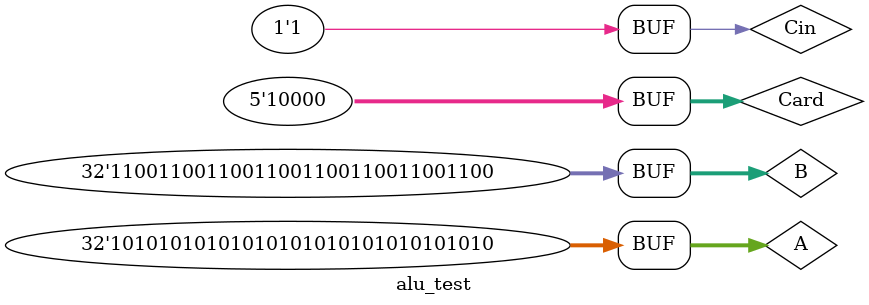
<source format=v>
`timescale 1ns / 1ps


module alu_test;

	// Inputs
	reg [31:0] A;
	reg [31:0] B;
	reg [4:0] Card;
	reg Cin;

	// Outputs
	wire [31:0] F;
	wire Cout;
	wire Zero;

	// Instantiate the Unit Under Test (UUT)
	alu uut (
		.A(A), 
		.B(B), 
		.Card(Card), 
		.Cin(Cin), 
		.F(F), 
		.Cout(Cout), 
		.Zero(Zero)
	);

	initial begin
		// Initialize Inputs
		A = 32'b10101010101010101010101010101010;
		B = 32'b11001100110011001100110011001100;
		Card = 5'b00001;
		Cin = 0;

		// Wait 10 ns for global reset to finish
		#10;
      A = 32'b10101010101010101010101010101010;
		B = 32'b11001100110011001100110011001100;
		Card = 5'b00010;
		Cin = 0;  
		// Add stimulus here
		#10;
		A = 32'b10101010101010101010101010101010;
		B = 32'b11001100110011001100110011001100;
		Card = 5'b00011;
		Cin = 0; 
		
		#10;
      A = 32'b10101010101010101010101010101010;
		B = 32'b11001100110011001100110011001100;
		Card = 5'b00100;
		Cin = 0; 
		
		#10;
      A = 32'b10101010101010101010101010101010;
		B = 32'b11001100110011001100110011001100;
		Card = 5'b00101;
		Cin = 0; 
		
		#10;
      A = 32'b10101010101010101010101010101010;
		B = 32'b11001100110011001100110011001100;
		Card = 5'b00110;
		Cin = 0; 
		
		#10;
      A = 32'b10101010101010101010101010101010;
		B = 32'b11001100110011001100110011001100;
		Card = 5'b00111;
		Cin = 0; 
		
		#10;
      A = 32'b10101010101010101010101010101010;
		B = 32'b11001100110011001100110011001100;
		Card = 5'b01000;
		Cin = 0; 
		
		#10;
      A = 32'b10101010101010101010101010101010;
		B = 32'b11001100110011001100110011001100;
		Card = 5'b01001;
		Cin = 1; 
		
		#10;
      A = 32'b10101010101010101010101010101010;
		B = 32'b11001100110011001100110011001100;
		Card = 5'b01010;
		Cin = 1; 
		
		#10;
      A = 32'b10101010101010101010101010101010;
		B = 32'b11001100110011001100110011001100;
		Card = 5'b01011;
		Cin = 1; 
		
		#10;
		A = 32'b10101010101010101010101010101010;
		B = 32'b11001100110011001100110011001100;
		Card = 5'b01100;
		Cin = 1;
		
		#10;
      A = 32'b10101010101010101010101010101010;
		B = 32'b11001100110011001100110011001100;
		Card = 5'b01101;
		Cin = 1; 
		
		#10;
      A = 32'b10101010101010101010101010101010;
		B = 32'b11001100110011001100110011001100;
		Card = 5'b01110;
		Cin = 1; 
		
		#10;
      A = 32'b10101010101010101010101010101010;
		B = 32'b11001100110011001100110011001100;
		Card = 5'b01111;
		Cin = 1; 
		
		#10;
      A = 32'b10101010101010101010101010101010;
		B = 32'b11001100110011001100110011001100;
		Card = 5'b10000;
		Cin = 1; 
		
		#10;
	end
      
endmodule


</source>
